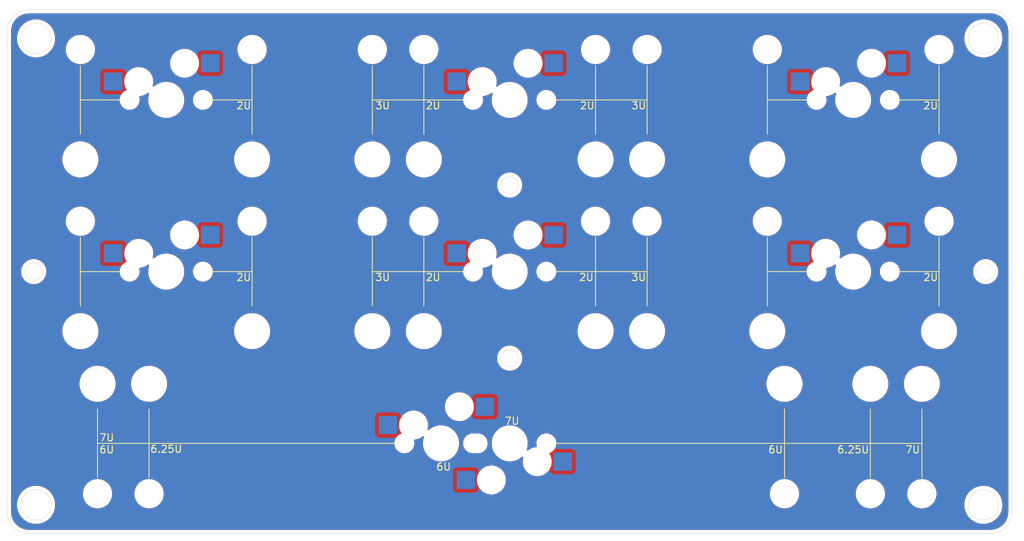
<source format=kicad_pcb>
(kicad_pcb (version 20171130) (host pcbnew "(5.1.10)-1")
  (layers (0 F.Cu signal) (31 B.Cu signal) (34 B.Paste user) (35 F.Paste user) (36 B.SilkS user) (37 F.SilkS user) (38 B.Mask user) (39 F.Mask user) (44 Edge.Cuts user))
  (net 0 "")
  (module Moritz2:STAB_MX_3u (layer F.Cu) (at 107.188 49.657)
    (fp_text reference REF** hide)
    (fp_text value STAB_MX_3u)
    (pad "" np_thru_hole circle (at -19.05 8.255) (size 3.9878 3.9878) (drill 3.9878) (layers *.Cu *.Mask))
    (pad "" np_thru_hole circle (at 19.05 8.255) (size 3.9878 3.9878) (drill 3.9878) (layers *.Cu *.Mask))
    (pad "" np_thru_hole circle (at -19.05 -6.985) (size 3.048 3.048) (drill 3.048) (layers *.Cu *.Mask))
    (pad "" np_thru_hole circle (at 19.05 -6.985) (size 3.048 3.048) (drill 3.048) (layers *.Cu *.Mask))
  )
  (module Moritz2:SW_MX_HS_1u (layer F.Cu) (at 59.563 73.4695)
    (fp_text reference REF** hide)
    (fp_text value SW_MX_HS_1u hide)
    (pad 2 smd roundrect (at 6.09 -5.08) (size 2.55 2.5) (layers B.Cu B.Paste B.Mask) (roundrect_rratio 0.05))
    (pad 1 smd roundrect (at -7.36 -2.54) (size 2.55 2.5) (layers B.Cu B.Paste B.Mask) (roundrect_rratio 0.05))
    (pad "" np_thru_hole circle (at 2.54 -5.08) (size 3 3) (drill 3) (layers *.Cu *.Mask))
    (pad "" np_thru_hole circle (at -3.81 -2.54) (size 3 3) (drill 3) (layers *.Cu *.Mask))
    (pad "" np_thru_hole circle (at -5.08 0) (size 1.75 1.75) (drill 1.75) (layers *.Cu *.Mask))
    (pad "" np_thru_hole circle (at 5.08 0) (size 1.75 1.75) (drill 1.75) (layers *.Cu *.Mask))
    (pad "" np_thru_hole circle (at 0 0) (size 3.9878 3.9878) (drill 3.9878) (layers *.Cu *.Mask))
  )
  (module Moritz2:SW_MX_HS_1u (layer F.Cu) (at 107.188 73.4695)
    (fp_text reference REF** hide)
    (fp_text value SW_MX_HS_1u hide)
    (pad 2 smd roundrect (at 6.09 -5.08) (size 2.55 2.5) (layers B.Cu B.Paste B.Mask) (roundrect_rratio 0.05))
    (pad 1 smd roundrect (at -7.36 -2.54) (size 2.55 2.5) (layers B.Cu B.Paste B.Mask) (roundrect_rratio 0.05))
    (pad "" np_thru_hole circle (at 2.54 -5.08) (size 3 3) (drill 3) (layers *.Cu *.Mask))
    (pad "" np_thru_hole circle (at -3.81 -2.54) (size 3 3) (drill 3) (layers *.Cu *.Mask))
    (pad "" np_thru_hole circle (at -5.08 0) (size 1.75 1.75) (drill 1.75) (layers *.Cu *.Mask))
    (pad "" np_thru_hole circle (at 5.08 0) (size 1.75 1.75) (drill 1.75) (layers *.Cu *.Mask))
    (pad "" np_thru_hole circle (at 0 0) (size 3.9878 3.9878) (drill 3.9878) (layers *.Cu *.Mask))
  )
  (module Moritz2:SW_MX_HS_1u (layer F.Cu) (at 154.813 73.4695)
    (fp_text reference REF** hide)
    (fp_text value SW_MX_HS_1u hide)
    (pad 2 smd roundrect (at 6.09 -5.08) (size 2.55 2.5) (layers B.Cu B.Paste B.Mask) (roundrect_rratio 0.05))
    (pad 1 smd roundrect (at -7.36 -2.54) (size 2.55 2.5) (layers B.Cu B.Paste B.Mask) (roundrect_rratio 0.05))
    (pad "" np_thru_hole circle (at 2.54 -5.08) (size 3 3) (drill 3) (layers *.Cu *.Mask))
    (pad "" np_thru_hole circle (at -3.81 -2.54) (size 3 3) (drill 3) (layers *.Cu *.Mask))
    (pad "" np_thru_hole circle (at -5.08 0) (size 1.75 1.75) (drill 1.75) (layers *.Cu *.Mask))
    (pad "" np_thru_hole circle (at 5.08 0) (size 1.75 1.75) (drill 1.75) (layers *.Cu *.Mask))
    (pad "" np_thru_hole circle (at 0 0) (size 3.9878 3.9878) (drill 3.9878) (layers *.Cu *.Mask))
  )
  (module Moritz2:SW_MX_HS_1u (layer F.Cu) (at 154.813 49.657)
    (fp_text reference REF** hide)
    (fp_text value SW_MX_HS_1u hide)
    (pad 2 smd roundrect (at 6.09 -5.08) (size 2.55 2.5) (layers B.Cu B.Paste B.Mask) (roundrect_rratio 0.05))
    (pad 1 smd roundrect (at -7.36 -2.54) (size 2.55 2.5) (layers B.Cu B.Paste B.Mask) (roundrect_rratio 0.05))
    (pad "" np_thru_hole circle (at 2.54 -5.08) (size 3 3) (drill 3) (layers *.Cu *.Mask))
    (pad "" np_thru_hole circle (at -3.81 -2.54) (size 3 3) (drill 3) (layers *.Cu *.Mask))
    (pad "" np_thru_hole circle (at -5.08 0) (size 1.75 1.75) (drill 1.75) (layers *.Cu *.Mask))
    (pad "" np_thru_hole circle (at 5.08 0) (size 1.75 1.75) (drill 1.75) (layers *.Cu *.Mask))
    (pad "" np_thru_hole circle (at 0 0) (size 3.9878 3.9878) (drill 3.9878) (layers *.Cu *.Mask))
  )
  (module Moritz2:SW_MX_HS_1u (layer F.Cu) (at 107.188 49.657)
    (fp_text reference REF** hide)
    (fp_text value SW_MX_HS_1u hide)
    (pad 2 smd roundrect (at 6.09 -5.08) (size 2.55 2.5) (layers B.Cu B.Paste B.Mask) (roundrect_rratio 0.05))
    (pad 1 smd roundrect (at -7.36 -2.54) (size 2.55 2.5) (layers B.Cu B.Paste B.Mask) (roundrect_rratio 0.05))
    (pad "" np_thru_hole circle (at 2.54 -5.08) (size 3 3) (drill 3) (layers *.Cu *.Mask))
    (pad "" np_thru_hole circle (at -3.81 -2.54) (size 3 3) (drill 3) (layers *.Cu *.Mask))
    (pad "" np_thru_hole circle (at -5.08 0) (size 1.75 1.75) (drill 1.75) (layers *.Cu *.Mask))
    (pad "" np_thru_hole circle (at 5.08 0) (size 1.75 1.75) (drill 1.75) (layers *.Cu *.Mask))
    (pad "" np_thru_hole circle (at 0 0) (size 3.9878 3.9878) (drill 3.9878) (layers *.Cu *.Mask))
  )
  (module Moritz2:SW_MX_HS_1u (layer F.Cu) (at 59.563 49.657)
    (fp_text reference REF** hide)
    (fp_text value SW_MX_HS_1u hide)
    (pad 2 smd roundrect (at 6.09 -5.08) (size 2.55 2.5) (layers B.Cu B.Paste B.Mask) (roundrect_rratio 0.05))
    (pad 1 smd roundrect (at -7.36 -2.54) (size 2.55 2.5) (layers B.Cu B.Paste B.Mask) (roundrect_rratio 0.05))
    (pad "" np_thru_hole circle (at 2.54 -5.08) (size 3 3) (drill 3) (layers *.Cu *.Mask))
    (pad "" np_thru_hole circle (at -3.81 -2.54) (size 3 3) (drill 3) (layers *.Cu *.Mask))
    (pad "" np_thru_hole circle (at -5.08 0) (size 1.75 1.75) (drill 1.75) (layers *.Cu *.Mask))
    (pad "" np_thru_hole circle (at 5.08 0) (size 1.75 1.75) (drill 1.75) (layers *.Cu *.Mask))
    (pad "" np_thru_hole circle (at 0 0) (size 3.9878 3.9878) (drill 3.9878) (layers *.Cu *.Mask))
  )
  (module Moritz2:SW_MX_HS_1u (layer F.Cu) (at 97.663 97.282)
    (fp_text reference REF** hide)
    (fp_text value SW_MX_HS_1u hide)
    (pad "" np_thru_hole circle (at 0 0) (size 3.9878 3.9878) (drill 3.9878) (layers *.Cu *.Mask))
    (pad "" np_thru_hole circle (at 5.08 0) (size 1.75 1.75) (drill 1.75) (layers *.Cu *.Mask))
    (pad "" np_thru_hole circle (at -5.08 0) (size 1.75 1.75) (drill 1.75) (layers *.Cu *.Mask))
    (pad "" np_thru_hole circle (at -3.81 -2.54) (size 3 3) (drill 3) (layers *.Cu *.Mask))
    (pad "" np_thru_hole circle (at 2.54 -5.08) (size 3 3) (drill 3) (layers *.Cu *.Mask))
    (pad 1 smd roundrect (at -7.36 -2.54) (size 2.55 2.5) (layers B.Cu B.Paste B.Mask) (roundrect_rratio 0.05))
    (pad 2 smd roundrect (at 6.09 -5.08) (size 2.55 2.5) (layers B.Cu B.Paste B.Mask) (roundrect_rratio 0.05))
  )
  (module Moritz2:SW_MX_HS_1u (layer F.Cu) (at 107.188 97.282 180)
    (fp_text reference REF** hide)
    (fp_text value SW_MX_HS_1u hide)
    (pad "" np_thru_hole circle (at 0 0 180) (size 3.9878 3.9878) (drill 3.9878) (layers *.Cu *.Mask))
    (pad "" np_thru_hole circle (at 5.08 0 180) (size 1.75 1.75) (drill 1.75) (layers *.Cu *.Mask))
    (pad "" np_thru_hole circle (at -5.08 0 180) (size 1.75 1.75) (drill 1.75) (layers *.Cu *.Mask))
    (pad "" np_thru_hole circle (at -3.81 -2.54 180) (size 3 3) (drill 3) (layers *.Cu *.Mask))
    (pad "" np_thru_hole circle (at 2.54 -5.08 180) (size 3 3) (drill 3) (layers *.Cu *.Mask))
    (pad 1 smd roundrect (at -7.36 -2.54 180) (size 2.55 2.5) (layers B.Cu B.Paste B.Mask) (roundrect_rratio 0.05))
    (pad 2 smd roundrect (at 6.09 -5.08 180) (size 2.55 2.5) (layers B.Cu B.Paste B.Mask) (roundrect_rratio 0.05))
  )
  (module Moritz2:STAB_MX_6u (layer F.Cu) (at 97.663 97.282 180)
    (fp_text reference REF** hide)
    (fp_text value STAB_MX_6u)
    (pad "" np_thru_hole circle (at 47.625 8.255 180) (size 3.9878 3.9878) (drill 3.9878) (layers *.Cu *.Mask))
    (pad "" np_thru_hole circle (at -47.625 8.255 180) (size 3.9878 3.9878) (drill 3.9878) (layers *.Cu *.Mask))
    (pad "" np_thru_hole circle (at -47.625 -6.985 180) (size 3.048 3.048) (drill 3.048) (layers *.Cu *.Mask))
    (pad "" np_thru_hole circle (at 47.625 -6.985 180) (size 3.048 3.048) (drill 3.048) (layers *.Cu *.Mask))
  )
  (module Moritz2:STAB_MX_6.25u (layer F.Cu) (at 107.188 97.282 180)
    (fp_text reference REF** hide)
    (fp_text value STAB_MX_6.25u)
    (pad "" np_thru_hole circle (at -50.00625 8.255 180) (size 3.9878 3.9878) (drill 3.9878) (layers *.Cu *.Mask))
    (pad "" np_thru_hole circle (at -50.00625 -6.985 180) (size 3.048 3.048) (drill 3.048) (layers *.Cu *.Mask))
    (pad "" np_thru_hole circle (at 50.00625 -6.985 180) (size 3.048 3.048) (drill 3.048) (layers *.Cu *.Mask))
    (pad "" np_thru_hole circle (at 50.00625 8.255 180) (size 3.9878 3.9878) (drill 3.9878) (layers *.Cu *.Mask))
  )
  (module Moritz2:STAB_MX_7u (layer F.Cu) (at 107.188 97.282 180)
    (fp_text reference REF** hide)
    (fp_text value STAB_MX_7u)
    (pad "" np_thru_hole circle (at 57.15 8.255 180) (size 3.9878 3.9878) (drill 3.9878) (layers *.Cu *.Mask))
    (pad "" np_thru_hole circle (at 57.15 -6.985 180) (size 3.048 3.048) (drill 3.048) (layers *.Cu *.Mask))
    (pad "" np_thru_hole circle (at -57.15 -6.985 180) (size 3.048 3.048) (drill 3.048) (layers *.Cu *.Mask))
    (pad "" np_thru_hole circle (at -57.15 8.255 180) (size 3.9878 3.9878) (drill 3.9878) (layers *.Cu *.Mask))
  )
  (module Moritz2:STAB_MX_3u (layer F.Cu) (at 107.188 73.469501)
    (fp_text reference REF** hide)
    (fp_text value STAB_MX_3u)
    (pad "" np_thru_hole circle (at 19.05 -6.985) (size 3.048 3.048) (drill 3.048) (layers *.Cu *.Mask))
    (pad "" np_thru_hole circle (at -19.05 -6.985) (size 3.048 3.048) (drill 3.048) (layers *.Cu *.Mask))
    (pad "" np_thru_hole circle (at 19.05 8.255) (size 3.9878 3.9878) (drill 3.9878) (layers *.Cu *.Mask))
    (pad "" np_thru_hole circle (at -19.05 8.255) (size 3.9878 3.9878) (drill 3.9878) (layers *.Cu *.Mask))
  )
  (module Moritz2:STAB_MX_2u (layer F.Cu) (at 107.188 73.4695)
    (fp_text reference REF** hide)
    (fp_text value STAB_MX_2u)
    (pad "" np_thru_hole circle (at -11.90625 8.255) (size 3.9878 3.9878) (drill 3.9878) (layers *.Cu *.Mask))
    (pad "" np_thru_hole circle (at -11.90625 -6.985) (size 3.048 3.048) (drill 3.048) (layers *.Cu *.Mask))
    (pad "" np_thru_hole circle (at 11.90625 -6.985) (size 3.048 3.048) (drill 3.048) (layers *.Cu *.Mask))
    (pad "" np_thru_hole circle (at 11.90625 8.255) (size 3.9878 3.9878) (drill 3.9878) (layers *.Cu *.Mask))
  )
  (module Moritz2:STAB_MX_2u (layer F.Cu) (at 107.188 49.657)
    (fp_text reference REF** hide)
    (fp_text value STAB_MX_2u)
    (pad "" np_thru_hole circle (at -11.90625 8.255) (size 3.9878 3.9878) (drill 3.9878) (layers *.Cu *.Mask))
    (pad "" np_thru_hole circle (at -11.90625 -6.985) (size 3.048 3.048) (drill 3.048) (layers *.Cu *.Mask))
    (pad "" np_thru_hole circle (at 11.90625 -6.985) (size 3.048 3.048) (drill 3.048) (layers *.Cu *.Mask))
    (pad "" np_thru_hole circle (at 11.90625 8.255) (size 3.9878 3.9878) (drill 3.9878) (layers *.Cu *.Mask))
  )
  (module Moritz2:STAB_MX_2u (layer F.Cu) (at 154.813 49.657)
    (fp_text reference REF** hide)
    (fp_text value STAB_MX_2u)
    (pad "" np_thru_hole circle (at -11.90625 8.255) (size 3.9878 3.9878) (drill 3.9878) (layers *.Cu *.Mask))
    (pad "" np_thru_hole circle (at -11.90625 -6.985) (size 3.048 3.048) (drill 3.048) (layers *.Cu *.Mask))
    (pad "" np_thru_hole circle (at 11.90625 -6.985) (size 3.048 3.048) (drill 3.048) (layers *.Cu *.Mask))
    (pad "" np_thru_hole circle (at 11.90625 8.255) (size 3.9878 3.9878) (drill 3.9878) (layers *.Cu *.Mask))
  )
  (module Moritz2:STAB_MX_2u (layer F.Cu) (at 154.813 73.4695)
    (fp_text reference REF** hide)
    (fp_text value STAB_MX_2u)
    (pad "" np_thru_hole circle (at -11.90625 8.255) (size 3.9878 3.9878) (drill 3.9878) (layers *.Cu *.Mask))
    (pad "" np_thru_hole circle (at -11.90625 -6.985) (size 3.048 3.048) (drill 3.048) (layers *.Cu *.Mask))
    (pad "" np_thru_hole circle (at 11.90625 -6.985) (size 3.048 3.048) (drill 3.048) (layers *.Cu *.Mask))
    (pad "" np_thru_hole circle (at 11.90625 8.255) (size 3.9878 3.9878) (drill 3.9878) (layers *.Cu *.Mask))
  )
  (module Moritz2:STAB_MX_2u (layer F.Cu) (at 59.563 73.4695)
    (fp_text reference REF** hide)
    (fp_text value STAB_MX_2u)
    (pad "" np_thru_hole circle (at 11.90625 8.255) (size 3.9878 3.9878) (drill 3.9878) (layers *.Cu *.Mask))
    (pad "" np_thru_hole circle (at 11.90625 -6.985) (size 3.048 3.048) (drill 3.048) (layers *.Cu *.Mask))
    (pad "" np_thru_hole circle (at -11.90625 -6.985) (size 3.048 3.048) (drill 3.048) (layers *.Cu *.Mask))
    (pad "" np_thru_hole circle (at -11.90625 8.255) (size 3.9878 3.9878) (drill 3.9878) (layers *.Cu *.Mask))
  )
  (module Moritz2:STAB_MX_2u (layer F.Cu) (at 59.563 49.657)
    (fp_text reference REF** hide)
    (fp_text value STAB_MX_2u)
    (pad "" np_thru_hole circle (at 11.90625 8.255) (size 3.9878 3.9878) (drill 3.9878) (layers *.Cu *.Mask))
    (pad "" np_thru_hole circle (at 11.90625 -6.985) (size 3.048 3.048) (drill 3.048) (layers *.Cu *.Mask))
    (pad "" np_thru_hole circle (at -11.90625 -6.985) (size 3.048 3.048) (drill 3.048) (layers *.Cu *.Mask))
    (pad "" np_thru_hole circle (at -11.90625 8.255) (size 3.9878 3.9878) (drill 3.9878) (layers *.Cu *.Mask))
  )
  (gr_circle (center 41.513 105.807001) (end 39.413 105.807001) (layer Edge.Cuts) (width 0.05))
  (gr_circle (center 172.863 105.807001) (end 174.963 105.807001) (layer Edge.Cuts) (width 0.05))
  (gr_circle (center 172.863 41.132001) (end 170.763 41.132001) (layer Edge.Cuts) (width 0.05))
  (gr_circle (center 41.513 41.132001) (end 43.613 41.132001) (layer Edge.Cuts) (width 0.05))
  (gr_line (start 173.863 109.807001) (end 40.513 109.807) (layer Edge.Cuts) (width 0.05))
  (gr_text 7U (at 107.5005 94.18825) (layer F.SilkS) (effects (font (size 1 1))))
  (gr_text "6U\n" (at 98.0255 100.53825) (layer F.SilkS) (effects (font (size 1 1))))
  (gr_line (start 88.138 49.657) (end 100.838 49.657) (layer F.SilkS) (width 0.12))
  (gr_line (start 88.138 44.8945) (end 88.138 54.4195) (layer F.SilkS) (width 0.12))
  (gr_line (start 95.28175 44.8945) (end 95.28175 54.4195) (layer F.SilkS) (width 0.12))
  (gr_text "3U\n" (at 89.563 50.45075) (layer F.SilkS) (effects (font (size 1 1))))
  (gr_text "2U\n" (at 96.563 50.45075) (layer F.SilkS) (effects (font (size 1 1))))
  (gr_line (start 120.68175 49.657) (end 119.09425 49.657) (layer F.SilkS) (width 0.12))
  (gr_line (start 71.46925 73.4695) (end 65.913 73.4695) (layer F.SilkS) (width 0.12))
  (gr_line (start 71.46925 68.707) (end 71.46925 78.232) (layer F.SilkS) (width 0.12))
  (gr_text "2U\n" (at 70.313 74.26325) (layer F.SilkS) (effects (font (size 1 1))))
  (gr_line (start 71.46925 49.657) (end 65.913 49.657) (layer F.SilkS) (width 0.12))
  (gr_line (start 71.46925 44.8945) (end 71.46925 54.4195) (layer F.SilkS) (width 0.12))
  (gr_text "2U\n" (at 70.313 50.45075) (layer F.SilkS) (effects (font (size 1 1))))
  (gr_line (start 119.09425 49.657) (end 113.538 49.657) (layer F.SilkS) (width 0.12))
  (gr_line (start 119.09425 44.8945) (end 119.09425 54.4195) (layer F.SilkS) (width 0.12))
  (gr_text "2U\n" (at 117.938 50.45075) (layer F.SilkS) (effects (font (size 1 1))))
  (gr_line (start 126.238 49.657) (end 120.68175 49.657) (layer F.SilkS) (width 0.12))
  (gr_line (start 126.238 44.8945) (end 126.238 54.4195) (layer F.SilkS) (width 0.12))
  (gr_text "3U\n" (at 125.08175 50.45075) (layer F.SilkS) (effects (font (size 1 1))))
  (gr_line (start 166.71925 49.657) (end 161.163 49.657) (layer F.SilkS) (width 0.12))
  (gr_line (start 166.71925 44.8945) (end 166.71925 54.4195) (layer F.SilkS) (width 0.12))
  (gr_text "2U\n" (at 165.563 50.45075) (layer F.SilkS) (effects (font (size 1 1))))
  (gr_line (start 47.65675 73.4695) (end 53.213 73.4695) (layer F.SilkS) (width 0.12))
  (gr_line (start 88.138 73.4695) (end 100.838 73.4695) (layer F.SilkS) (width 0.12))
  (gr_line (start 126.238 73.4695) (end 113.538 73.4695) (layer F.SilkS) (width 0.12))
  (gr_line (start 142.90675 73.4695) (end 148.463 73.4695) (layer F.SilkS) (width 0.12))
  (gr_line (start 166.71925 73.4695) (end 161.163 73.4695) (layer F.SilkS) (width 0.12))
  (gr_line (start 142.90675 49.657) (end 148.463 49.657) (layer F.SilkS) (width 0.12))
  (gr_line (start 47.65675 49.657) (end 53.213 49.657) (layer F.SilkS) (width 0.12))
  (gr_line (start 47.65675 44.8945) (end 47.65675 54.4195) (layer F.SilkS) (width 0.12))
  (gr_line (start 142.90675 44.8945) (end 142.90675 54.4195) (layer F.SilkS) (width 0.12))
  (gr_line (start 166.71925 68.707) (end 166.71925 78.232) (layer F.SilkS) (width 0.12))
  (gr_line (start 142.90675 68.707) (end 142.90675 78.232) (layer F.SilkS) (width 0.12))
  (gr_line (start 126.238 68.707) (end 126.238 78.232) (layer F.SilkS) (width 0.12))
  (gr_line (start 119.09425 68.707) (end 119.09425 78.232) (layer F.SilkS) (width 0.12))
  (gr_line (start 95.28175 68.707) (end 95.28175 78.232) (layer F.SilkS) (width 0.12))
  (gr_line (start 88.138 68.707) (end 88.138 78.232) (layer F.SilkS) (width 0.12))
  (gr_line (start 47.65675 73.4695) (end 47.65675 78.232) (layer F.SilkS) (width 0.12))
  (gr_line (start 47.65675 68.707) (end 47.65675 73.4695) (layer F.SilkS) (width 0.12))
  (gr_line (start 164.338 97.282) (end 164.338 92.5195) (layer F.SilkS) (width 0.12))
  (gr_line (start 157.19425 97.282) (end 157.19425 92.5195) (layer F.SilkS) (width 0.12))
  (gr_line (start 145.288 97.282) (end 145.288 92.5195) (layer F.SilkS) (width 0.12))
  (gr_line (start 145.288 97.282) (end 145.288 102.0445) (layer F.SilkS) (width 0.12))
  (gr_line (start 157.19425 97.282) (end 157.19425 102.0445) (layer F.SilkS) (width 0.12))
  (gr_line (start 164.338 97.282) (end 164.338 102.0445) (layer F.SilkS) (width 0.12))
  (gr_line (start 113.538 97.282) (end 164.338 97.282) (layer F.SilkS) (width 0.12))
  (gr_line (start 50.038 97.282) (end 91.313 97.282) (layer F.SilkS) (width 0.12))
  (gr_line (start 57.18175 97.282) (end 57.18175 102.0445) (layer F.SilkS) (width 0.12))
  (gr_line (start 50.038 97.282) (end 50.038 102.0445) (layer F.SilkS) (width 0.12))
  (gr_line (start 50.038 97.282) (end 50.038 92.5195) (layer F.SilkS) (width 0.12))
  (gr_line (start 57.18175 97.282) (end 57.18175 92.5195) (layer F.SilkS) (width 0.12))
  (gr_text 7U (at 51.313 96.48825) (layer F.SilkS) (effects (font (size 1 1))))
  (gr_text "6.25U\n" (at 59.563 98.07575) (layer F.SilkS) (effects (font (size 1 1))))
  (gr_text "6U\n" (at 51.313 98.157) (layer F.SilkS) (effects (font (size 1 1))))
  (gr_text "3U\n" (at 89.563 74.26325) (layer F.SilkS) (effects (font (size 1 1))))
  (gr_text "2U\n" (at 96.563 74.26325) (layer F.SilkS) (effects (font (size 1 1))))
  (gr_circle (center 41.188 73.469501) (end 39.988 73.469501) (layer Edge.Cuts) (width 0.05))
  (gr_circle (center 173.188 73.469501) (end 173.188 74.669501) (layer Edge.Cuts) (width 0.05))
  (gr_circle (center 107.188 85.469501) (end 108.388 85.469501) (layer Edge.Cuts) (width 0.05))
  (gr_circle (center 107.188 61.469501) (end 108.388 61.469501) (layer Edge.Cuts) (width 0.05))
  (gr_arc (start 40.513 106.807001) (end 37.513001 106.807001) (angle -90) (layer Edge.Cuts) (width 0.05))
  (gr_line (start 37.513001 106.807001) (end 37.513 40.132001) (layer Edge.Cuts) (width 0.05))
  (gr_arc (start 40.513 40.132001) (end 40.513 37.132001) (angle -90) (layer Edge.Cuts) (width 0.05))
  (gr_arc (start 173.863 106.807) (end 173.863 109.807001) (angle -90) (layer Edge.Cuts) (width 0.05))
  (gr_line (start 40.513 37.132001) (end 173.863 37.132001) (layer Edge.Cuts) (width 0.05))
  (gr_line (start 176.863 40.132001) (end 176.863 106.807001) (layer Edge.Cuts) (width 0.05))
  (gr_arc (start 173.863 40.132001) (end 176.863 40.132001) (angle -90) (layer Edge.Cuts) (width 0.05))
  (gr_text "3U\n" (at 125.063 74.26325) (layer F.SilkS) (effects (font (size 1 1))))
  (gr_text "2U\n" (at 117.813 74.26325) (layer F.SilkS) (effects (font (size 1 1))))
  (gr_text "2U\n" (at 165.563 74.26325) (layer F.SilkS) (effects (font (size 1 1))))
  (gr_text "6U\n" (at 144.063 98.157) (layer F.SilkS) (effects (font (size 1 1))))
  (gr_text "6.25U\n" (at 154.813 98.157) (layer F.SilkS) (effects (font (size 1 1))))
  (gr_text 7U (at 163.063 98.157) (layer F.SilkS) (effects (font (size 1 1))))
  (zone (net 0) (net_name "") (layer F.Cu) (connect_pads (clearance 0.508)) (min_thickness 0.254) (fill yes (arc_segments 32) (thermal_gap 0.508) (thermal_bridge_width 0.508))
    (polygon (pts (xy 178.513 110.807001) (xy 36.513 110.807001) (xy 36.513 35.807001) (xy 178.513 35.807001)))
  )
  (zone (net 0) (net_name "") (layer B.Cu) (connect_pads (clearance 0.508)) (min_thickness 0.254) (fill yes (arc_segments 32) (thermal_gap 0.508) (thermal_bridge_width 0.508))
    (polygon (pts (xy 178.513 110.807001) (xy 36.513 110.807001) (xy 36.513 35.807001) (xy 178.513 35.807001)))
  )
)
</source>
